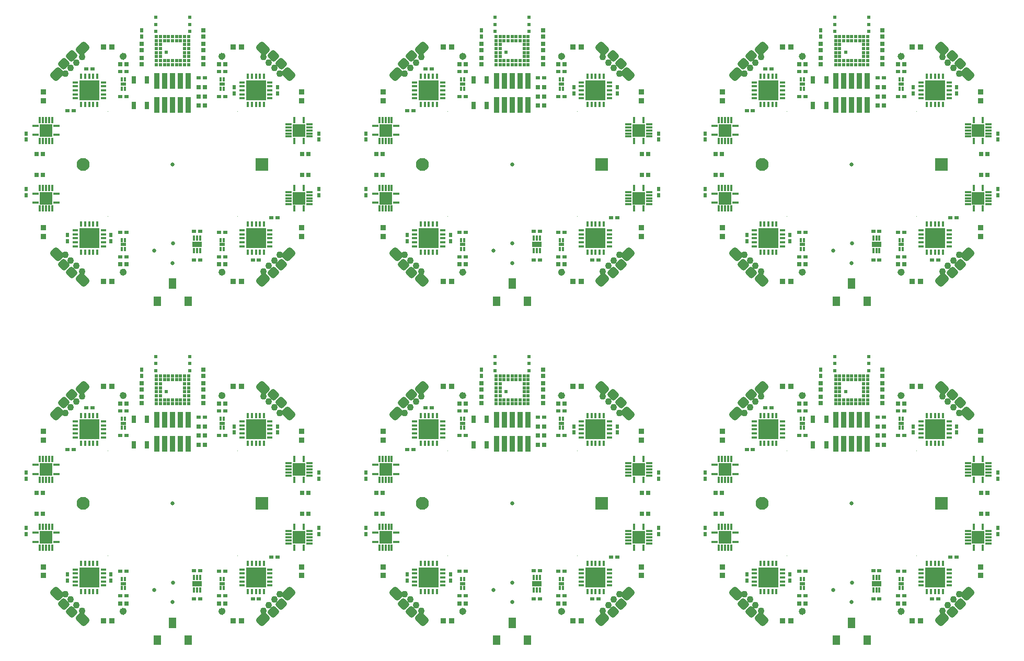
<source format=gts>
G04*
G04 #@! TF.GenerationSoftware,Altium Limited,Altium Designer,22.3.1 (43)*
G04*
G04 Layer_Color=8388736*
%FSLAX25Y25*%
%MOIN*%
G70*
G04*
G04 #@! TF.SameCoordinates,BE9F1A3D-2FD5-4231-B36C-A3B311DF6078*
G04*
G04*
G04 #@! TF.FilePolarity,Negative*
G04*
G01*
G75*
%ADD54C,0.02400*%
%ADD55R,0.12992X0.12992*%
%ADD56R,0.01597X0.03781*%
%ADD57R,0.03781X0.01597*%
%ADD58R,0.12992X0.12992*%
G04:AMPARAMS|DCode=59|XSize=39.37mil|YSize=14.17mil|CornerRadius=3.25mil|HoleSize=0mil|Usage=FLASHONLY|Rotation=0.000|XOffset=0mil|YOffset=0mil|HoleType=Round|Shape=RoundedRectangle|*
%AMROUNDEDRECTD59*
21,1,0.03937,0.00768,0,0,0.0*
21,1,0.03287,0.01417,0,0,0.0*
1,1,0.00650,0.01644,-0.00384*
1,1,0.00650,-0.01644,-0.00384*
1,1,0.00650,-0.01644,0.00384*
1,1,0.00650,0.01644,0.00384*
%
%ADD59ROUNDEDRECTD59*%
G04:AMPARAMS|DCode=60|XSize=39.37mil|YSize=14.17mil|CornerRadius=3.25mil|HoleSize=0mil|Usage=FLASHONLY|Rotation=270.000|XOffset=0mil|YOffset=0mil|HoleType=Round|Shape=RoundedRectangle|*
%AMROUNDEDRECTD60*
21,1,0.03937,0.00768,0,0,270.0*
21,1,0.03287,0.01417,0,0,270.0*
1,1,0.00650,-0.00384,-0.01644*
1,1,0.00650,-0.00384,0.01644*
1,1,0.00650,0.00384,0.01644*
1,1,0.00650,0.00384,-0.01644*
%
%ADD60ROUNDEDRECTD60*%
%ADD61R,0.08268X0.08268*%
%ADD62R,0.08268X0.08268*%
%ADD63R,0.03386X0.09843*%
G04:AMPARAMS|DCode=64|XSize=27.56mil|YSize=15.75mil|CornerRadius=4.92mil|HoleSize=0mil|Usage=FLASHONLY|Rotation=270.000|XOffset=0mil|YOffset=0mil|HoleType=Round|Shape=RoundedRectangle|*
%AMROUNDEDRECTD64*
21,1,0.02756,0.00591,0,0,270.0*
21,1,0.01772,0.01575,0,0,270.0*
1,1,0.00984,-0.00295,-0.00886*
1,1,0.00984,-0.00295,0.00886*
1,1,0.00984,0.00295,0.00886*
1,1,0.00984,0.00295,-0.00886*
%
%ADD64ROUNDEDRECTD64*%
%ADD65R,0.03780X0.02362*%
%ADD66R,0.01975X0.01975*%
%ADD67R,0.02368X0.02368*%
%ADD68R,0.05118X0.06299*%
%ADD69R,0.05118X0.06693*%
%ADD70R,0.06299X0.03740*%
%ADD71R,0.01378X0.03347*%
%ADD72C,0.01181*%
%ADD73R,0.02756X0.02559*%
%ADD74R,0.02559X0.02756*%
%ADD75R,0.02756X0.02362*%
%ADD76R,0.02362X0.02756*%
%ADD77R,0.03347X0.03543*%
%ADD78R,0.03594X0.03394*%
%ADD79R,0.02953X0.04528*%
G04:AMPARAMS|DCode=80|XSize=59.06mil|YSize=62.99mil|CornerRadius=15.75mil|HoleSize=0mil|Usage=FLASHONLY|Rotation=225.000|XOffset=0mil|YOffset=0mil|HoleType=Round|Shape=RoundedRectangle|*
%AMROUNDEDRECTD80*
21,1,0.05906,0.03150,0,0,225.0*
21,1,0.02756,0.06299,0,0,225.0*
1,1,0.03150,-0.02088,0.00139*
1,1,0.03150,-0.00139,0.02088*
1,1,0.03150,0.02088,-0.00139*
1,1,0.03150,0.00139,-0.02088*
%
%ADD80ROUNDEDRECTD80*%
G04:AMPARAMS|DCode=81|XSize=62.99mil|YSize=82.68mil|CornerRadius=16.73mil|HoleSize=0mil|Usage=FLASHONLY|Rotation=225.000|XOffset=0mil|YOffset=0mil|HoleType=Round|Shape=RoundedRectangle|*
%AMROUNDEDRECTD81*
21,1,0.06299,0.04921,0,0,225.0*
21,1,0.02953,0.08268,0,0,225.0*
1,1,0.03347,-0.02784,0.00696*
1,1,0.03347,-0.00696,0.02784*
1,1,0.03347,0.02784,-0.00696*
1,1,0.03347,0.00696,-0.02784*
%
%ADD81ROUNDEDRECTD81*%
G04:AMPARAMS|DCode=82|XSize=59.06mil|YSize=62.99mil|CornerRadius=15.75mil|HoleSize=0mil|Usage=FLASHONLY|Rotation=315.000|XOffset=0mil|YOffset=0mil|HoleType=Round|Shape=RoundedRectangle|*
%AMROUNDEDRECTD82*
21,1,0.05906,0.03150,0,0,315.0*
21,1,0.02756,0.06299,0,0,315.0*
1,1,0.03150,-0.00139,-0.02088*
1,1,0.03150,-0.02088,-0.00139*
1,1,0.03150,0.00139,0.02088*
1,1,0.03150,0.02088,0.00139*
%
%ADD82ROUNDEDRECTD82*%
G04:AMPARAMS|DCode=83|XSize=62.99mil|YSize=82.68mil|CornerRadius=16.73mil|HoleSize=0mil|Usage=FLASHONLY|Rotation=315.000|XOffset=0mil|YOffset=0mil|HoleType=Round|Shape=RoundedRectangle|*
%AMROUNDEDRECTD83*
21,1,0.06299,0.04921,0,0,315.0*
21,1,0.02953,0.08268,0,0,315.0*
1,1,0.03347,-0.00696,-0.02784*
1,1,0.03347,-0.02784,-0.00696*
1,1,0.03347,0.00696,0.02784*
1,1,0.03347,0.02784,0.00696*
%
%ADD83ROUNDEDRECTD83*%
%ADD84C,0.00394*%
G04:AMPARAMS|DCode=85|XSize=3.94mil|YSize=3.94mil|CornerRadius=0mil|HoleSize=0mil|Usage=FLASHONLY|Rotation=180.000|XOffset=0mil|YOffset=0mil|HoleType=Round|Shape=RoundedRectangle|*
%AMROUNDEDRECTD85*
21,1,0.00394,0.00394,0,0,180.0*
21,1,0.00394,0.00394,0,0,180.0*
1,1,0.00000,-0.00197,0.00197*
1,1,0.00000,0.00197,0.00197*
1,1,0.00000,0.00197,-0.00197*
1,1,0.00000,-0.00197,-0.00197*
%
%ADD85ROUNDEDRECTD85*%
%ADD86C,0.08268*%
%ADD87C,0.04331*%
%ADD88C,0.02559*%
D54*
X170401Y206693D02*
G03*
X170401Y206693I-1100J0D01*
G01*
X107409D02*
G03*
X107409Y206693I-1100J0D01*
G01*
X107389Y68898D02*
G03*
X107389Y68898I-1100J0D01*
G01*
X170401D02*
G03*
X170401Y68898I-1100J0D01*
G01*
X386937Y206693D02*
G03*
X386937Y206693I-1100J0D01*
G01*
X323945D02*
G03*
X323945Y206693I-1100J0D01*
G01*
X323925Y68898D02*
G03*
X323925Y68898I-1100J0D01*
G01*
X386937D02*
G03*
X386937Y68898I-1100J0D01*
G01*
X603472Y206693D02*
G03*
X603472Y206693I-1100J0D01*
G01*
X540480D02*
G03*
X540480Y206693I-1100J0D01*
G01*
X540460Y68898D02*
G03*
X540460Y68898I-1100J0D01*
G01*
X603472D02*
G03*
X603472Y68898I-1100J0D01*
G01*
X170401Y423228D02*
G03*
X170401Y423228I-1100J0D01*
G01*
X107409D02*
G03*
X107409Y423228I-1100J0D01*
G01*
X107389Y285433D02*
G03*
X107389Y285433I-1100J0D01*
G01*
X170401D02*
G03*
X170401Y285433I-1100J0D01*
G01*
X386937Y423228D02*
G03*
X386937Y423228I-1100J0D01*
G01*
X323945D02*
G03*
X323945Y423228I-1100J0D01*
G01*
X323925Y285433D02*
G03*
X323925Y285433I-1100J0D01*
G01*
X386937D02*
G03*
X386937Y285433I-1100J0D01*
G01*
X603472Y423228D02*
G03*
X603472Y423228I-1100J0D01*
G01*
X540480D02*
G03*
X540480Y423228I-1100J0D01*
G01*
X540460Y285433D02*
G03*
X540460Y285433I-1100J0D01*
G01*
X603472D02*
G03*
X603472Y285433I-1100J0D01*
G01*
D55*
X84646Y185039D02*
D03*
X190945Y90551D02*
D03*
X301181Y185039D02*
D03*
X407480Y90551D02*
D03*
X517717Y185039D02*
D03*
X624016Y90551D02*
D03*
X84646Y401575D02*
D03*
X190945Y307087D02*
D03*
X301181Y401575D02*
D03*
X407480Y307087D02*
D03*
X517717Y401575D02*
D03*
X624016Y307087D02*
D03*
D56*
X89764Y176096D02*
D03*
X87205D02*
D03*
X84646D02*
D03*
X82087D02*
D03*
X79528D02*
D03*
Y193983D02*
D03*
X82087D02*
D03*
X84646D02*
D03*
X87205D02*
D03*
X89764D02*
D03*
X196063Y176096D02*
D03*
X193504D02*
D03*
X190945D02*
D03*
X188386D02*
D03*
X185827D02*
D03*
Y193983D02*
D03*
X188386D02*
D03*
X190945D02*
D03*
X193504D02*
D03*
X196063D02*
D03*
X79528Y99495D02*
D03*
X82087D02*
D03*
X84646D02*
D03*
X87205D02*
D03*
X89764D02*
D03*
Y81608D02*
D03*
X87205D02*
D03*
X84646D02*
D03*
X82087D02*
D03*
X79528D02*
D03*
X185827Y99495D02*
D03*
X188386D02*
D03*
X190945D02*
D03*
X193504D02*
D03*
X196063D02*
D03*
Y81608D02*
D03*
X193504D02*
D03*
X190945D02*
D03*
X188386D02*
D03*
X185827D02*
D03*
X306299Y176096D02*
D03*
X303740D02*
D03*
X301181D02*
D03*
X298622D02*
D03*
X296063D02*
D03*
Y193983D02*
D03*
X298622D02*
D03*
X301181D02*
D03*
X303740D02*
D03*
X306299D02*
D03*
X412598Y176096D02*
D03*
X410039D02*
D03*
X407480D02*
D03*
X404921D02*
D03*
X402362D02*
D03*
Y193983D02*
D03*
X404921D02*
D03*
X407480D02*
D03*
X410039D02*
D03*
X412598D02*
D03*
X296063Y99495D02*
D03*
X298622D02*
D03*
X301181D02*
D03*
X303740D02*
D03*
X306299D02*
D03*
Y81608D02*
D03*
X303740D02*
D03*
X301181D02*
D03*
X298622D02*
D03*
X296063D02*
D03*
X402362Y99495D02*
D03*
X404921D02*
D03*
X407480D02*
D03*
X410039D02*
D03*
X412598D02*
D03*
Y81608D02*
D03*
X410039D02*
D03*
X407480D02*
D03*
X404921D02*
D03*
X402362D02*
D03*
X522835Y176096D02*
D03*
X520276D02*
D03*
X517717D02*
D03*
X515158D02*
D03*
X512598D02*
D03*
Y193983D02*
D03*
X515158D02*
D03*
X517717D02*
D03*
X520276D02*
D03*
X522835D02*
D03*
X629134Y176096D02*
D03*
X626575D02*
D03*
X624016D02*
D03*
X621457D02*
D03*
X618898D02*
D03*
Y193983D02*
D03*
X621457D02*
D03*
X624016D02*
D03*
X626575D02*
D03*
X629134D02*
D03*
X512598Y99495D02*
D03*
X515158D02*
D03*
X517717D02*
D03*
X520276D02*
D03*
X522835D02*
D03*
Y81608D02*
D03*
X520276D02*
D03*
X517717D02*
D03*
X515158D02*
D03*
X512598D02*
D03*
X618898Y99495D02*
D03*
X621457D02*
D03*
X624016D02*
D03*
X626575D02*
D03*
X629134D02*
D03*
Y81608D02*
D03*
X626575D02*
D03*
X624016D02*
D03*
X621457D02*
D03*
X618898D02*
D03*
X89764Y392631D02*
D03*
X87205D02*
D03*
X84646D02*
D03*
X82087D02*
D03*
X79528D02*
D03*
Y410519D02*
D03*
X82087D02*
D03*
X84646D02*
D03*
X87205D02*
D03*
X89764D02*
D03*
X196063Y392631D02*
D03*
X193504D02*
D03*
X190945D02*
D03*
X188386D02*
D03*
X185827D02*
D03*
Y410519D02*
D03*
X188386D02*
D03*
X190945D02*
D03*
X193504D02*
D03*
X196063D02*
D03*
X79528Y316030D02*
D03*
X82087D02*
D03*
X84646D02*
D03*
X87205D02*
D03*
X89764D02*
D03*
Y298143D02*
D03*
X87205D02*
D03*
X84646D02*
D03*
X82087D02*
D03*
X79528D02*
D03*
X185827Y316030D02*
D03*
X188386D02*
D03*
X190945D02*
D03*
X193504D02*
D03*
X196063D02*
D03*
Y298143D02*
D03*
X193504D02*
D03*
X190945D02*
D03*
X188386D02*
D03*
X185827D02*
D03*
X306299Y392631D02*
D03*
X303740D02*
D03*
X301181D02*
D03*
X298622D02*
D03*
X296063D02*
D03*
Y410519D02*
D03*
X298622D02*
D03*
X301181D02*
D03*
X303740D02*
D03*
X306299D02*
D03*
X412598Y392631D02*
D03*
X410039D02*
D03*
X407480D02*
D03*
X404921D02*
D03*
X402362D02*
D03*
Y410519D02*
D03*
X404921D02*
D03*
X407480D02*
D03*
X410039D02*
D03*
X412598D02*
D03*
X296063Y316030D02*
D03*
X298622D02*
D03*
X301181D02*
D03*
X303740D02*
D03*
X306299D02*
D03*
Y298143D02*
D03*
X303740D02*
D03*
X301181D02*
D03*
X298622D02*
D03*
X296063D02*
D03*
X402362Y316030D02*
D03*
X404921D02*
D03*
X407480D02*
D03*
X410039D02*
D03*
X412598D02*
D03*
Y298143D02*
D03*
X410039D02*
D03*
X407480D02*
D03*
X404921D02*
D03*
X402362D02*
D03*
X522835Y392631D02*
D03*
X520276D02*
D03*
X517717D02*
D03*
X515158D02*
D03*
X512598D02*
D03*
Y410519D02*
D03*
X515158D02*
D03*
X517717D02*
D03*
X520276D02*
D03*
X522835D02*
D03*
X629134Y392631D02*
D03*
X626575D02*
D03*
X624016D02*
D03*
X621457D02*
D03*
X618898D02*
D03*
Y410519D02*
D03*
X621457D02*
D03*
X624016D02*
D03*
X626575D02*
D03*
X629134D02*
D03*
X512598Y316030D02*
D03*
X515158D02*
D03*
X517717D02*
D03*
X520276D02*
D03*
X522835D02*
D03*
Y298143D02*
D03*
X520276D02*
D03*
X517717D02*
D03*
X515158D02*
D03*
X512598D02*
D03*
X618898Y316030D02*
D03*
X621457D02*
D03*
X624016D02*
D03*
X626575D02*
D03*
X629134D02*
D03*
Y298143D02*
D03*
X626575D02*
D03*
X624016D02*
D03*
X621457D02*
D03*
X618898D02*
D03*
D57*
X75702Y179921D02*
D03*
Y182480D02*
D03*
Y185039D02*
D03*
Y187598D02*
D03*
Y190157D02*
D03*
X93589D02*
D03*
Y187598D02*
D03*
Y185039D02*
D03*
Y182480D02*
D03*
Y179921D02*
D03*
X199889Y190157D02*
D03*
Y187598D02*
D03*
Y185039D02*
D03*
Y182480D02*
D03*
Y179921D02*
D03*
X182001D02*
D03*
Y182480D02*
D03*
Y185039D02*
D03*
Y187598D02*
D03*
Y190157D02*
D03*
X75702Y85433D02*
D03*
Y87992D02*
D03*
Y90551D02*
D03*
Y93110D02*
D03*
Y95669D02*
D03*
X93589D02*
D03*
Y93110D02*
D03*
Y90551D02*
D03*
Y87992D02*
D03*
Y85433D02*
D03*
X199889Y95669D02*
D03*
Y93110D02*
D03*
Y90551D02*
D03*
Y87992D02*
D03*
Y85433D02*
D03*
X182001D02*
D03*
Y87992D02*
D03*
Y90551D02*
D03*
Y93110D02*
D03*
Y95669D02*
D03*
X292237Y179921D02*
D03*
Y182480D02*
D03*
Y185039D02*
D03*
Y187598D02*
D03*
Y190157D02*
D03*
X310125D02*
D03*
Y187598D02*
D03*
Y185039D02*
D03*
Y182480D02*
D03*
Y179921D02*
D03*
X416424Y190157D02*
D03*
Y187598D02*
D03*
Y185039D02*
D03*
Y182480D02*
D03*
Y179921D02*
D03*
X398537D02*
D03*
Y182480D02*
D03*
Y185039D02*
D03*
Y187598D02*
D03*
Y190157D02*
D03*
X292237Y85433D02*
D03*
Y87992D02*
D03*
Y90551D02*
D03*
Y93110D02*
D03*
Y95669D02*
D03*
X310125D02*
D03*
Y93110D02*
D03*
Y90551D02*
D03*
Y87992D02*
D03*
Y85433D02*
D03*
X416424Y95669D02*
D03*
Y93110D02*
D03*
Y90551D02*
D03*
Y87992D02*
D03*
Y85433D02*
D03*
X398537D02*
D03*
Y87992D02*
D03*
Y90551D02*
D03*
Y93110D02*
D03*
Y95669D02*
D03*
X508773Y179921D02*
D03*
Y182480D02*
D03*
Y185039D02*
D03*
Y187598D02*
D03*
Y190157D02*
D03*
X526660D02*
D03*
Y187598D02*
D03*
Y185039D02*
D03*
Y182480D02*
D03*
Y179921D02*
D03*
X632960Y190157D02*
D03*
Y187598D02*
D03*
Y185039D02*
D03*
Y182480D02*
D03*
Y179921D02*
D03*
X615072D02*
D03*
Y182480D02*
D03*
Y185039D02*
D03*
Y187598D02*
D03*
Y190157D02*
D03*
X508773Y85433D02*
D03*
Y87992D02*
D03*
Y90551D02*
D03*
Y93110D02*
D03*
Y95669D02*
D03*
X526660D02*
D03*
Y93110D02*
D03*
Y90551D02*
D03*
Y87992D02*
D03*
Y85433D02*
D03*
X632960Y95669D02*
D03*
Y93110D02*
D03*
Y90551D02*
D03*
Y87992D02*
D03*
Y85433D02*
D03*
X615072D02*
D03*
Y87992D02*
D03*
Y90551D02*
D03*
Y93110D02*
D03*
Y95669D02*
D03*
X75702Y396457D02*
D03*
Y399016D02*
D03*
Y401575D02*
D03*
Y404134D02*
D03*
Y406693D02*
D03*
X93589D02*
D03*
Y404134D02*
D03*
Y401575D02*
D03*
Y399016D02*
D03*
Y396457D02*
D03*
X199889Y406693D02*
D03*
Y404134D02*
D03*
Y401575D02*
D03*
Y399016D02*
D03*
Y396457D02*
D03*
X182001D02*
D03*
Y399016D02*
D03*
Y401575D02*
D03*
Y404134D02*
D03*
Y406693D02*
D03*
X75702Y301969D02*
D03*
Y304528D02*
D03*
Y307087D02*
D03*
Y309646D02*
D03*
Y312205D02*
D03*
X93589D02*
D03*
Y309646D02*
D03*
Y307087D02*
D03*
Y304528D02*
D03*
Y301969D02*
D03*
X199889Y312205D02*
D03*
Y309646D02*
D03*
Y307087D02*
D03*
Y304528D02*
D03*
Y301969D02*
D03*
X182001D02*
D03*
Y304528D02*
D03*
Y307087D02*
D03*
Y309646D02*
D03*
Y312205D02*
D03*
X292237Y396457D02*
D03*
Y399016D02*
D03*
Y401575D02*
D03*
Y404134D02*
D03*
Y406693D02*
D03*
X310125D02*
D03*
Y404134D02*
D03*
Y401575D02*
D03*
Y399016D02*
D03*
Y396457D02*
D03*
X416424Y406693D02*
D03*
Y404134D02*
D03*
Y401575D02*
D03*
Y399016D02*
D03*
Y396457D02*
D03*
X398537D02*
D03*
Y399016D02*
D03*
Y401575D02*
D03*
Y404134D02*
D03*
Y406693D02*
D03*
X292237Y301969D02*
D03*
Y304528D02*
D03*
Y307087D02*
D03*
Y309646D02*
D03*
Y312205D02*
D03*
X310125D02*
D03*
Y309646D02*
D03*
Y307087D02*
D03*
Y304528D02*
D03*
Y301969D02*
D03*
X416424Y312205D02*
D03*
Y309646D02*
D03*
Y307087D02*
D03*
Y304528D02*
D03*
Y301969D02*
D03*
X398537D02*
D03*
Y304528D02*
D03*
Y307087D02*
D03*
Y309646D02*
D03*
Y312205D02*
D03*
X508773Y396457D02*
D03*
Y399016D02*
D03*
Y401575D02*
D03*
Y404134D02*
D03*
Y406693D02*
D03*
X526660D02*
D03*
Y404134D02*
D03*
Y401575D02*
D03*
Y399016D02*
D03*
Y396457D02*
D03*
X632960Y406693D02*
D03*
Y404134D02*
D03*
Y401575D02*
D03*
Y399016D02*
D03*
Y396457D02*
D03*
X615072D02*
D03*
Y399016D02*
D03*
Y401575D02*
D03*
Y404134D02*
D03*
Y406693D02*
D03*
X508773Y301969D02*
D03*
Y304528D02*
D03*
Y307087D02*
D03*
Y309646D02*
D03*
Y312205D02*
D03*
X526660D02*
D03*
Y309646D02*
D03*
Y307087D02*
D03*
Y304528D02*
D03*
Y301969D02*
D03*
X632960Y312205D02*
D03*
Y309646D02*
D03*
Y307087D02*
D03*
Y304528D02*
D03*
Y301969D02*
D03*
X615072D02*
D03*
Y304528D02*
D03*
Y307087D02*
D03*
Y309646D02*
D03*
Y312205D02*
D03*
D58*
X190945Y185039D02*
D03*
X84646Y90551D02*
D03*
X407480Y185039D02*
D03*
X301181Y90551D02*
D03*
X624016Y185039D02*
D03*
X517717Y90551D02*
D03*
X190945Y401575D02*
D03*
X84646Y307087D02*
D03*
X407480Y401575D02*
D03*
X301181Y307087D02*
D03*
X624016Y401575D02*
D03*
X517717Y307087D02*
D03*
D59*
X211870Y163386D02*
D03*
Y161417D02*
D03*
Y159449D02*
D03*
Y157480D02*
D03*
Y155512D02*
D03*
X225138D02*
D03*
Y157480D02*
D03*
Y159449D02*
D03*
Y161417D02*
D03*
Y163386D02*
D03*
X50453Y162402D02*
D03*
Y156496D02*
D03*
X63721D02*
D03*
Y162402D02*
D03*
X50453Y119095D02*
D03*
Y113189D02*
D03*
X63721D02*
D03*
Y119095D02*
D03*
X211870Y120079D02*
D03*
Y118110D02*
D03*
Y116142D02*
D03*
Y114173D02*
D03*
Y112205D02*
D03*
X225138D02*
D03*
Y114173D02*
D03*
Y116142D02*
D03*
Y118110D02*
D03*
Y120079D02*
D03*
X428406Y163386D02*
D03*
Y161417D02*
D03*
Y159449D02*
D03*
Y157480D02*
D03*
Y155512D02*
D03*
X441673D02*
D03*
Y157480D02*
D03*
Y159449D02*
D03*
Y161417D02*
D03*
Y163386D02*
D03*
X266988Y162402D02*
D03*
Y156496D02*
D03*
X280256D02*
D03*
Y162402D02*
D03*
X266988Y119095D02*
D03*
Y113189D02*
D03*
X280256D02*
D03*
Y119095D02*
D03*
X428406Y120079D02*
D03*
Y118110D02*
D03*
Y116142D02*
D03*
Y114173D02*
D03*
Y112205D02*
D03*
X441673D02*
D03*
Y114173D02*
D03*
Y116142D02*
D03*
Y118110D02*
D03*
Y120079D02*
D03*
X644941Y163386D02*
D03*
Y161417D02*
D03*
Y159449D02*
D03*
Y157480D02*
D03*
Y155512D02*
D03*
X658209D02*
D03*
Y157480D02*
D03*
Y159449D02*
D03*
Y161417D02*
D03*
Y163386D02*
D03*
X483524Y162402D02*
D03*
Y156496D02*
D03*
X496791D02*
D03*
Y162402D02*
D03*
X483524Y119095D02*
D03*
Y113189D02*
D03*
X496791D02*
D03*
Y119095D02*
D03*
X644941Y120079D02*
D03*
Y118110D02*
D03*
Y116142D02*
D03*
Y114173D02*
D03*
Y112205D02*
D03*
X658209D02*
D03*
Y114173D02*
D03*
Y116142D02*
D03*
Y118110D02*
D03*
Y120079D02*
D03*
X211870Y379921D02*
D03*
Y377953D02*
D03*
Y375984D02*
D03*
Y374016D02*
D03*
Y372047D02*
D03*
X225138D02*
D03*
Y374016D02*
D03*
Y375984D02*
D03*
Y377953D02*
D03*
Y379921D02*
D03*
X50453Y378937D02*
D03*
Y373031D02*
D03*
X63721D02*
D03*
Y378937D02*
D03*
X50453Y335630D02*
D03*
Y329724D02*
D03*
X63721D02*
D03*
Y335630D02*
D03*
X211870Y336614D02*
D03*
Y334646D02*
D03*
Y332677D02*
D03*
Y330709D02*
D03*
Y328740D02*
D03*
X225138D02*
D03*
Y330709D02*
D03*
Y332677D02*
D03*
Y334646D02*
D03*
Y336614D02*
D03*
X428406Y379921D02*
D03*
Y377953D02*
D03*
Y375984D02*
D03*
Y374016D02*
D03*
Y372047D02*
D03*
X441673D02*
D03*
Y374016D02*
D03*
Y375984D02*
D03*
Y377953D02*
D03*
Y379921D02*
D03*
X266988Y378937D02*
D03*
Y373031D02*
D03*
X280256D02*
D03*
Y378937D02*
D03*
X266988Y335630D02*
D03*
Y329724D02*
D03*
X280256D02*
D03*
Y335630D02*
D03*
X428406Y336614D02*
D03*
Y334646D02*
D03*
Y332677D02*
D03*
Y330709D02*
D03*
Y328740D02*
D03*
X441673D02*
D03*
Y330709D02*
D03*
Y332677D02*
D03*
Y334646D02*
D03*
Y336614D02*
D03*
X644941Y379921D02*
D03*
Y377953D02*
D03*
Y375984D02*
D03*
Y374016D02*
D03*
Y372047D02*
D03*
X658209D02*
D03*
Y374016D02*
D03*
Y375984D02*
D03*
Y377953D02*
D03*
Y379921D02*
D03*
X483524Y378937D02*
D03*
Y373031D02*
D03*
X496791D02*
D03*
Y378937D02*
D03*
X483524Y335630D02*
D03*
Y329724D02*
D03*
X496791D02*
D03*
Y335630D02*
D03*
X644941Y336614D02*
D03*
Y334646D02*
D03*
Y332677D02*
D03*
Y330709D02*
D03*
Y328740D02*
D03*
X658209D02*
D03*
Y330709D02*
D03*
Y332677D02*
D03*
Y334646D02*
D03*
Y336614D02*
D03*
D60*
X221457Y166083D02*
D03*
X215551D02*
D03*
Y152815D02*
D03*
X221457D02*
D03*
X53150D02*
D03*
X55118D02*
D03*
X57087D02*
D03*
X59055D02*
D03*
X61024D02*
D03*
Y166083D02*
D03*
X59055D02*
D03*
X57087D02*
D03*
X55118D02*
D03*
X53150D02*
D03*
Y109508D02*
D03*
X55118D02*
D03*
X57087D02*
D03*
X59055D02*
D03*
X61024D02*
D03*
Y122776D02*
D03*
X59055D02*
D03*
X57087D02*
D03*
X55118D02*
D03*
X53150D02*
D03*
X221457D02*
D03*
X215551D02*
D03*
Y109508D02*
D03*
X221457D02*
D03*
X437992Y166083D02*
D03*
X432087D02*
D03*
Y152815D02*
D03*
X437992D02*
D03*
X269685D02*
D03*
X271654D02*
D03*
X273622D02*
D03*
X275591D02*
D03*
X277559D02*
D03*
Y166083D02*
D03*
X275591D02*
D03*
X273622D02*
D03*
X271654D02*
D03*
X269685D02*
D03*
Y109508D02*
D03*
X271654D02*
D03*
X273622D02*
D03*
X275591D02*
D03*
X277559D02*
D03*
Y122776D02*
D03*
X275591D02*
D03*
X273622D02*
D03*
X271654D02*
D03*
X269685D02*
D03*
X437992D02*
D03*
X432087D02*
D03*
Y109508D02*
D03*
X437992D02*
D03*
X654528Y166083D02*
D03*
X648622D02*
D03*
Y152815D02*
D03*
X654528D02*
D03*
X486221D02*
D03*
X488189D02*
D03*
X490158D02*
D03*
X492126D02*
D03*
X494095D02*
D03*
Y166083D02*
D03*
X492126D02*
D03*
X490158D02*
D03*
X488189D02*
D03*
X486221D02*
D03*
Y109508D02*
D03*
X488189D02*
D03*
X490158D02*
D03*
X492126D02*
D03*
X494095D02*
D03*
Y122776D02*
D03*
X492126D02*
D03*
X490158D02*
D03*
X488189D02*
D03*
X486221D02*
D03*
X654528D02*
D03*
X648622D02*
D03*
Y109508D02*
D03*
X654528D02*
D03*
X221457Y382618D02*
D03*
X215551D02*
D03*
Y369350D02*
D03*
X221457D02*
D03*
X53150D02*
D03*
X55118D02*
D03*
X57087D02*
D03*
X59055D02*
D03*
X61024D02*
D03*
Y382618D02*
D03*
X59055D02*
D03*
X57087D02*
D03*
X55118D02*
D03*
X53150D02*
D03*
Y326043D02*
D03*
X55118D02*
D03*
X57087D02*
D03*
X59055D02*
D03*
X61024D02*
D03*
Y339311D02*
D03*
X59055D02*
D03*
X57087D02*
D03*
X55118D02*
D03*
X53150D02*
D03*
X221457D02*
D03*
X215551D02*
D03*
Y326043D02*
D03*
X221457D02*
D03*
X437992Y382618D02*
D03*
X432087D02*
D03*
Y369350D02*
D03*
X437992D02*
D03*
X269685D02*
D03*
X271654D02*
D03*
X273622D02*
D03*
X275591D02*
D03*
X277559D02*
D03*
Y382618D02*
D03*
X275591D02*
D03*
X273622D02*
D03*
X271654D02*
D03*
X269685D02*
D03*
Y326043D02*
D03*
X271654D02*
D03*
X273622D02*
D03*
X275591D02*
D03*
X277559D02*
D03*
Y339311D02*
D03*
X275591D02*
D03*
X273622D02*
D03*
X271654D02*
D03*
X269685D02*
D03*
X437992D02*
D03*
X432087D02*
D03*
Y326043D02*
D03*
X437992D02*
D03*
X654528Y382618D02*
D03*
X648622D02*
D03*
Y369350D02*
D03*
X654528D02*
D03*
X486221D02*
D03*
X488189D02*
D03*
X490158D02*
D03*
X492126D02*
D03*
X494095D02*
D03*
Y382618D02*
D03*
X492126D02*
D03*
X490158D02*
D03*
X488189D02*
D03*
X486221D02*
D03*
Y326043D02*
D03*
X488189D02*
D03*
X490158D02*
D03*
X492126D02*
D03*
X494095D02*
D03*
Y339311D02*
D03*
X492126D02*
D03*
X490158D02*
D03*
X488189D02*
D03*
X486221D02*
D03*
X654528D02*
D03*
X648622D02*
D03*
Y326043D02*
D03*
X654528D02*
D03*
D61*
X218504Y159449D02*
D03*
Y116142D02*
D03*
X435039Y159449D02*
D03*
Y116142D02*
D03*
X651575Y159449D02*
D03*
Y116142D02*
D03*
X218504Y375984D02*
D03*
Y332677D02*
D03*
X435039Y375984D02*
D03*
Y332677D02*
D03*
X651575Y375984D02*
D03*
Y332677D02*
D03*
D62*
X57087Y159449D02*
D03*
Y116142D02*
D03*
X273622Y159449D02*
D03*
Y116142D02*
D03*
X490158Y159449D02*
D03*
Y116142D02*
D03*
X57087Y375984D02*
D03*
Y332677D02*
D03*
X273622Y375984D02*
D03*
Y332677D02*
D03*
X490158Y375984D02*
D03*
Y332677D02*
D03*
X194882Y137795D02*
D03*
X411417D02*
D03*
X627953D02*
D03*
X194882Y354331D02*
D03*
X411417D02*
D03*
X627953D02*
D03*
D63*
X127795Y175787D02*
D03*
X132795D02*
D03*
X127795Y191142D02*
D03*
X132795D02*
D03*
X137795Y175787D02*
D03*
X142795D02*
D03*
X147795D02*
D03*
X137795Y191142D02*
D03*
X142795D02*
D03*
X147795D02*
D03*
X344331Y175787D02*
D03*
X349331D02*
D03*
X344331Y191142D02*
D03*
X349331D02*
D03*
X354331Y175787D02*
D03*
X359331D02*
D03*
X364331D02*
D03*
X354331Y191142D02*
D03*
X359331D02*
D03*
X364331D02*
D03*
X560866Y175787D02*
D03*
X565866D02*
D03*
X560866Y191142D02*
D03*
X565866D02*
D03*
X570866Y175787D02*
D03*
X575866D02*
D03*
X580866D02*
D03*
X570866Y191142D02*
D03*
X575866D02*
D03*
X580866D02*
D03*
X127795Y392323D02*
D03*
X132795D02*
D03*
X127795Y407677D02*
D03*
X132795D02*
D03*
X137795Y392323D02*
D03*
X142795D02*
D03*
X147795D02*
D03*
X137795Y407677D02*
D03*
X142795D02*
D03*
X147795D02*
D03*
X344331Y392323D02*
D03*
X349331D02*
D03*
X344331Y407677D02*
D03*
X349331D02*
D03*
X354331Y392323D02*
D03*
X359331D02*
D03*
X364331D02*
D03*
X354331Y407677D02*
D03*
X359331D02*
D03*
X364331D02*
D03*
X560866Y392323D02*
D03*
X565866D02*
D03*
X560866Y407677D02*
D03*
X565866D02*
D03*
X570866Y392323D02*
D03*
X575866D02*
D03*
X580866D02*
D03*
X570866Y407677D02*
D03*
X575866D02*
D03*
X580866D02*
D03*
D64*
X107283Y191831D02*
D03*
X105315D02*
D03*
X107283Y186122D02*
D03*
X105315D02*
D03*
X168307D02*
D03*
X170276D02*
D03*
X168307Y191831D02*
D03*
X170276D02*
D03*
X107283Y89468D02*
D03*
X105315D02*
D03*
X107283Y83760D02*
D03*
X105315D02*
D03*
X168307D02*
D03*
X170276D02*
D03*
X168307Y89468D02*
D03*
X170276D02*
D03*
X323819Y191831D02*
D03*
X321850D02*
D03*
X323819Y186122D02*
D03*
X321850D02*
D03*
X384842D02*
D03*
X386811D02*
D03*
X384842Y191831D02*
D03*
X386811D02*
D03*
X323819Y89468D02*
D03*
X321850D02*
D03*
X323819Y83760D02*
D03*
X321850D02*
D03*
X384842D02*
D03*
X386811D02*
D03*
X384842Y89468D02*
D03*
X386811D02*
D03*
X540354Y191831D02*
D03*
X538386D02*
D03*
X540354Y186122D02*
D03*
X538386D02*
D03*
X601378D02*
D03*
X603346D02*
D03*
X601378Y191831D02*
D03*
X603346D02*
D03*
X540354Y89468D02*
D03*
X538386D02*
D03*
X540354Y83760D02*
D03*
X538386D02*
D03*
X601378D02*
D03*
X603346D02*
D03*
X601378Y89468D02*
D03*
X603346D02*
D03*
X107283Y408366D02*
D03*
X105315D02*
D03*
X107283Y402658D02*
D03*
X105315D02*
D03*
X168307D02*
D03*
X170276D02*
D03*
X168307Y408366D02*
D03*
X170276D02*
D03*
X107283Y306004D02*
D03*
X105315D02*
D03*
X107283Y300295D02*
D03*
X105315D02*
D03*
X168307D02*
D03*
X170276D02*
D03*
X168307Y306004D02*
D03*
X170276D02*
D03*
X323819Y408366D02*
D03*
X321850D02*
D03*
X323819Y402658D02*
D03*
X321850D02*
D03*
X384842D02*
D03*
X386811D02*
D03*
X384842Y408366D02*
D03*
X386811D02*
D03*
X323819Y306004D02*
D03*
X321850D02*
D03*
X323819Y300295D02*
D03*
X321850D02*
D03*
X384842D02*
D03*
X386811D02*
D03*
X384842Y306004D02*
D03*
X386811D02*
D03*
X540354Y408366D02*
D03*
X538386D02*
D03*
X540354Y402658D02*
D03*
X538386D02*
D03*
X601378D02*
D03*
X603346D02*
D03*
X601378Y408366D02*
D03*
X603346D02*
D03*
X540354Y306004D02*
D03*
X538386D02*
D03*
X540354Y300295D02*
D03*
X538386D02*
D03*
X601378D02*
D03*
X603346D02*
D03*
X601378Y306004D02*
D03*
X603346D02*
D03*
D65*
X106299Y188976D02*
D03*
X169291D02*
D03*
X106299Y86614D02*
D03*
X169291D02*
D03*
X322835Y188976D02*
D03*
X385827D02*
D03*
X322835Y86614D02*
D03*
X385827D02*
D03*
X539370Y188976D02*
D03*
X602362D02*
D03*
X539370Y86614D02*
D03*
X602362D02*
D03*
X106299Y405512D02*
D03*
X169291D02*
D03*
X106299Y303150D02*
D03*
X169291D02*
D03*
X322835Y405512D02*
D03*
X385827D02*
D03*
X322835Y303150D02*
D03*
X385827D02*
D03*
X539370Y405512D02*
D03*
X602362D02*
D03*
X539370Y303150D02*
D03*
X602362D02*
D03*
D66*
X148622Y222589D02*
D03*
Y231644D02*
D03*
Y227116D02*
D03*
X126969Y227116D02*
D03*
Y231644D02*
D03*
Y222589D02*
D03*
X130118Y214222D02*
D03*
Y211663D02*
D03*
Y209104D02*
D03*
Y206545D02*
D03*
Y203986D02*
D03*
X132677D02*
D03*
X135236D02*
D03*
X137795D02*
D03*
X140354D02*
D03*
X142913D02*
D03*
X145472Y203986D02*
D03*
Y206545D02*
D03*
Y209104D02*
D03*
Y211663D02*
D03*
Y214222D02*
D03*
Y216781D02*
D03*
X142913Y216781D02*
D03*
X140354D02*
D03*
X137795D02*
D03*
X135236D02*
D03*
X132677D02*
D03*
X130118D02*
D03*
X127559Y216781D02*
D03*
Y214222D02*
D03*
Y211663D02*
D03*
Y209104D02*
D03*
Y206545D02*
D03*
X127559Y203986D02*
D03*
X127559Y201427D02*
D03*
X130118D02*
D03*
X132677D02*
D03*
X135236Y201427D02*
D03*
X137795Y201427D02*
D03*
X140354D02*
D03*
X142913Y201427D02*
D03*
X145472Y201427D02*
D03*
X148031D02*
D03*
X148031Y203986D02*
D03*
X148031Y206545D02*
D03*
Y209104D02*
D03*
Y211663D02*
D03*
X148031Y214222D02*
D03*
Y216781D02*
D03*
X148031Y219340D02*
D03*
X145472D02*
D03*
X142913D02*
D03*
X140354D02*
D03*
X137795D02*
D03*
X135236Y219340D02*
D03*
X132677Y219340D02*
D03*
X130118D02*
D03*
X127559D02*
D03*
X365158Y222589D02*
D03*
Y231644D02*
D03*
Y227116D02*
D03*
X343504Y227116D02*
D03*
Y231644D02*
D03*
Y222589D02*
D03*
X346654Y214222D02*
D03*
Y211663D02*
D03*
Y209104D02*
D03*
Y206545D02*
D03*
Y203986D02*
D03*
X349213D02*
D03*
X351772D02*
D03*
X354331D02*
D03*
X356890D02*
D03*
X359449D02*
D03*
X362008Y203986D02*
D03*
Y206545D02*
D03*
Y209104D02*
D03*
Y211663D02*
D03*
Y214222D02*
D03*
Y216781D02*
D03*
X359449Y216781D02*
D03*
X356890D02*
D03*
X354331D02*
D03*
X351772D02*
D03*
X349213D02*
D03*
X346654D02*
D03*
X344094Y216781D02*
D03*
Y214222D02*
D03*
Y211663D02*
D03*
Y209104D02*
D03*
Y206545D02*
D03*
X344094Y203986D02*
D03*
X344094Y201427D02*
D03*
X346654D02*
D03*
X349213D02*
D03*
X351772Y201427D02*
D03*
X354331Y201427D02*
D03*
X356890D02*
D03*
X359449Y201427D02*
D03*
X362008Y201427D02*
D03*
X364567D02*
D03*
X364567Y203986D02*
D03*
X364567Y206545D02*
D03*
Y209104D02*
D03*
Y211663D02*
D03*
X364567Y214222D02*
D03*
Y216781D02*
D03*
X364567Y219340D02*
D03*
X362008D02*
D03*
X359449D02*
D03*
X356890D02*
D03*
X354331D02*
D03*
X351772Y219340D02*
D03*
X349213Y219340D02*
D03*
X346654D02*
D03*
X344094D02*
D03*
X581693Y222589D02*
D03*
Y231644D02*
D03*
Y227116D02*
D03*
X560039Y227116D02*
D03*
Y231644D02*
D03*
Y222589D02*
D03*
X563189Y214222D02*
D03*
Y211663D02*
D03*
Y209104D02*
D03*
Y206545D02*
D03*
Y203986D02*
D03*
X565748D02*
D03*
X568307D02*
D03*
X570866D02*
D03*
X573425D02*
D03*
X575984D02*
D03*
X578543Y203986D02*
D03*
Y206545D02*
D03*
Y209104D02*
D03*
Y211663D02*
D03*
Y214222D02*
D03*
Y216781D02*
D03*
X575984Y216781D02*
D03*
X573425D02*
D03*
X570866D02*
D03*
X568307D02*
D03*
X565748D02*
D03*
X563189D02*
D03*
X560630Y216781D02*
D03*
Y214222D02*
D03*
Y211663D02*
D03*
Y209104D02*
D03*
Y206545D02*
D03*
X560630Y203986D02*
D03*
X560630Y201427D02*
D03*
X563189D02*
D03*
X565748D02*
D03*
X568307Y201427D02*
D03*
X570866Y201427D02*
D03*
X573425D02*
D03*
X575984Y201427D02*
D03*
X578543Y201427D02*
D03*
X581102D02*
D03*
X581102Y203986D02*
D03*
X581102Y206545D02*
D03*
Y209104D02*
D03*
Y211663D02*
D03*
X581102Y214222D02*
D03*
Y216781D02*
D03*
X581102Y219340D02*
D03*
X578543D02*
D03*
X575984D02*
D03*
X573425D02*
D03*
X570866D02*
D03*
X568307Y219340D02*
D03*
X565748Y219340D02*
D03*
X563189D02*
D03*
X560630D02*
D03*
X148622Y439124D02*
D03*
Y448179D02*
D03*
Y443652D02*
D03*
X126969Y443652D02*
D03*
Y448179D02*
D03*
Y439124D02*
D03*
X130118Y430758D02*
D03*
Y428199D02*
D03*
Y425640D02*
D03*
Y423081D02*
D03*
Y420522D02*
D03*
X132677D02*
D03*
X135236D02*
D03*
X137795D02*
D03*
X140354D02*
D03*
X142913D02*
D03*
X145472Y420522D02*
D03*
Y423081D02*
D03*
Y425640D02*
D03*
Y428199D02*
D03*
Y430758D02*
D03*
Y433317D02*
D03*
X142913Y433317D02*
D03*
X140354D02*
D03*
X137795D02*
D03*
X135236D02*
D03*
X132677D02*
D03*
X130118D02*
D03*
X127559Y433317D02*
D03*
Y430758D02*
D03*
Y428199D02*
D03*
Y425640D02*
D03*
Y423081D02*
D03*
X127559Y420522D02*
D03*
X127559Y417963D02*
D03*
X130118D02*
D03*
X132677D02*
D03*
X135236Y417963D02*
D03*
X137795Y417963D02*
D03*
X140354D02*
D03*
X142913Y417963D02*
D03*
X145472Y417963D02*
D03*
X148031D02*
D03*
X148031Y420522D02*
D03*
X148031Y423081D02*
D03*
Y425640D02*
D03*
Y428199D02*
D03*
X148031Y430758D02*
D03*
Y433317D02*
D03*
X148031Y435876D02*
D03*
X145472D02*
D03*
X142913D02*
D03*
X140354D02*
D03*
X137795D02*
D03*
X135236Y435876D02*
D03*
X132677Y435876D02*
D03*
X130118D02*
D03*
X127559D02*
D03*
X365158Y439124D02*
D03*
Y448179D02*
D03*
Y443652D02*
D03*
X343504Y443652D02*
D03*
Y448179D02*
D03*
Y439124D02*
D03*
X346654Y430758D02*
D03*
Y428199D02*
D03*
Y425640D02*
D03*
Y423081D02*
D03*
Y420522D02*
D03*
X349213D02*
D03*
X351772D02*
D03*
X354331D02*
D03*
X356890D02*
D03*
X359449D02*
D03*
X362008Y420522D02*
D03*
Y423081D02*
D03*
Y425640D02*
D03*
Y428199D02*
D03*
Y430758D02*
D03*
Y433317D02*
D03*
X359449Y433317D02*
D03*
X356890D02*
D03*
X354331D02*
D03*
X351772D02*
D03*
X349213D02*
D03*
X346654D02*
D03*
X344094Y433317D02*
D03*
Y430758D02*
D03*
Y428199D02*
D03*
Y425640D02*
D03*
Y423081D02*
D03*
X344094Y420522D02*
D03*
X344094Y417963D02*
D03*
X346654D02*
D03*
X349213D02*
D03*
X351772Y417963D02*
D03*
X354331Y417963D02*
D03*
X356890D02*
D03*
X359449Y417963D02*
D03*
X362008Y417963D02*
D03*
X364567D02*
D03*
X364567Y420522D02*
D03*
X364567Y423081D02*
D03*
Y425640D02*
D03*
Y428199D02*
D03*
X364567Y430758D02*
D03*
Y433317D02*
D03*
X364567Y435876D02*
D03*
X362008D02*
D03*
X359449D02*
D03*
X356890D02*
D03*
X354331D02*
D03*
X351772Y435876D02*
D03*
X349213Y435876D02*
D03*
X346654D02*
D03*
X344094D02*
D03*
X581693Y439124D02*
D03*
Y448179D02*
D03*
Y443652D02*
D03*
X560039Y443652D02*
D03*
Y448179D02*
D03*
Y439124D02*
D03*
X563189Y430758D02*
D03*
Y428199D02*
D03*
Y425640D02*
D03*
Y423081D02*
D03*
Y420522D02*
D03*
X565748D02*
D03*
X568307D02*
D03*
X570866D02*
D03*
X573425D02*
D03*
X575984D02*
D03*
X578543Y420522D02*
D03*
Y423081D02*
D03*
Y425640D02*
D03*
Y428199D02*
D03*
Y430758D02*
D03*
Y433317D02*
D03*
X575984Y433317D02*
D03*
X573425D02*
D03*
X570866D02*
D03*
X568307D02*
D03*
X565748D02*
D03*
X563189D02*
D03*
X560630Y433317D02*
D03*
Y430758D02*
D03*
Y428199D02*
D03*
Y425640D02*
D03*
Y423081D02*
D03*
X560630Y420522D02*
D03*
X560630Y417963D02*
D03*
X563189D02*
D03*
X565748D02*
D03*
X568307Y417963D02*
D03*
X570866Y417963D02*
D03*
X573425D02*
D03*
X575984Y417963D02*
D03*
X578543Y417963D02*
D03*
X581102D02*
D03*
X581102Y420522D02*
D03*
X581102Y423081D02*
D03*
Y425640D02*
D03*
Y428199D02*
D03*
X581102Y430758D02*
D03*
Y433317D02*
D03*
X581102Y435876D02*
D03*
X578543D02*
D03*
X575984D02*
D03*
X573425D02*
D03*
X570866D02*
D03*
X568307Y435876D02*
D03*
X565748Y435876D02*
D03*
X563189D02*
D03*
X560630D02*
D03*
D67*
X133858Y209203D02*
D03*
X350394D02*
D03*
X566929D02*
D03*
X133858Y425738D02*
D03*
X350394D02*
D03*
X566929D02*
D03*
D68*
X127953Y50394D02*
D03*
X147638D02*
D03*
X344488D02*
D03*
X364173D02*
D03*
X561024D02*
D03*
X580709D02*
D03*
X127953Y266929D02*
D03*
X147638D02*
D03*
X344488D02*
D03*
X364173D02*
D03*
X561024D02*
D03*
X580709D02*
D03*
D69*
X137795Y61614D02*
D03*
X354331D02*
D03*
X570866D02*
D03*
X137795Y278150D02*
D03*
X354331D02*
D03*
X570866D02*
D03*
D70*
X153543Y86614D02*
D03*
X370079D02*
D03*
X586614D02*
D03*
X153543Y303150D02*
D03*
X370079D02*
D03*
X586614D02*
D03*
D71*
X151575Y82677D02*
D03*
X155512D02*
D03*
X153543D02*
D03*
X151575Y90551D02*
D03*
X155512D02*
D03*
X153543D02*
D03*
X368110Y82677D02*
D03*
X372047D02*
D03*
X370079D02*
D03*
X368110Y90551D02*
D03*
X372047D02*
D03*
X370079D02*
D03*
X584646Y82677D02*
D03*
X588583D02*
D03*
X586614D02*
D03*
X584646Y90551D02*
D03*
X588583D02*
D03*
X586614D02*
D03*
X151575Y299213D02*
D03*
X155512D02*
D03*
X153543D02*
D03*
X151575Y307087D02*
D03*
X155512D02*
D03*
X153543D02*
D03*
X368110Y299213D02*
D03*
X372047D02*
D03*
X370079D02*
D03*
X368110Y307087D02*
D03*
X372047D02*
D03*
X370079D02*
D03*
X584646Y299213D02*
D03*
X588583D02*
D03*
X586614D02*
D03*
X584646Y307087D02*
D03*
X588583D02*
D03*
X586614D02*
D03*
D72*
X168061Y206693D02*
D03*
X170521D02*
D03*
X105069D02*
D03*
X107529D02*
D03*
Y68898D02*
D03*
X105069D02*
D03*
X168061D02*
D03*
X170521D02*
D03*
X384597Y206693D02*
D03*
X387057D02*
D03*
X321605D02*
D03*
X324065D02*
D03*
Y68898D02*
D03*
X321605D02*
D03*
X384597D02*
D03*
X387057D02*
D03*
X601132Y206693D02*
D03*
X603592D02*
D03*
X538140D02*
D03*
X540600D02*
D03*
Y68898D02*
D03*
X538140D02*
D03*
X601132D02*
D03*
X603592D02*
D03*
X168061Y423228D02*
D03*
X170521D02*
D03*
X105069D02*
D03*
X107529D02*
D03*
Y285433D02*
D03*
X105069D02*
D03*
X168061D02*
D03*
X170521D02*
D03*
X384597Y423228D02*
D03*
X387057D02*
D03*
X321605D02*
D03*
X324065D02*
D03*
Y285433D02*
D03*
X321605D02*
D03*
X384597D02*
D03*
X387057D02*
D03*
X601132Y423228D02*
D03*
X603592D02*
D03*
X538140D02*
D03*
X540600D02*
D03*
Y285433D02*
D03*
X538140D02*
D03*
X601132D02*
D03*
X603592D02*
D03*
D73*
X154331Y181102D02*
D03*
X158268D02*
D03*
X158268Y175197D02*
D03*
X154331D02*
D03*
X171260Y201575D02*
D03*
X167323D02*
D03*
X108268D02*
D03*
X104331D02*
D03*
X104331Y74016D02*
D03*
X108268D02*
D03*
X171260D02*
D03*
X167323D02*
D03*
X220472Y144488D02*
D03*
X224410D02*
D03*
X220472Y131102D02*
D03*
X224410D02*
D03*
X55118Y144488D02*
D03*
X51181D02*
D03*
X55118Y131102D02*
D03*
X51181D02*
D03*
X154331Y187008D02*
D03*
X158268D02*
D03*
X370866Y181102D02*
D03*
X374803D02*
D03*
X374803Y175197D02*
D03*
X370866D02*
D03*
X387795Y201575D02*
D03*
X383858D02*
D03*
X324803D02*
D03*
X320866D02*
D03*
X320866Y74016D02*
D03*
X324803D02*
D03*
X387795D02*
D03*
X383858D02*
D03*
X437008Y144488D02*
D03*
X440945D02*
D03*
X437008Y131102D02*
D03*
X440945D02*
D03*
X271654Y144488D02*
D03*
X267717D02*
D03*
X271654Y131102D02*
D03*
X267717D02*
D03*
X370866Y187008D02*
D03*
X374803D02*
D03*
X587402Y181102D02*
D03*
X591339D02*
D03*
X591339Y175197D02*
D03*
X587402D02*
D03*
X604331Y201575D02*
D03*
X600394D02*
D03*
X541339D02*
D03*
X537402D02*
D03*
X537402Y74016D02*
D03*
X541339D02*
D03*
X604331D02*
D03*
X600394D02*
D03*
X653543Y144488D02*
D03*
X657480D02*
D03*
X653543Y131102D02*
D03*
X657480D02*
D03*
X488189Y144488D02*
D03*
X484252D02*
D03*
X488189Y131102D02*
D03*
X484252D02*
D03*
X587402Y187008D02*
D03*
X591339D02*
D03*
X154331Y397638D02*
D03*
X158268D02*
D03*
X158268Y391732D02*
D03*
X154331D02*
D03*
X171260Y418110D02*
D03*
X167323D02*
D03*
X108268D02*
D03*
X104331D02*
D03*
X104331Y290551D02*
D03*
X108268D02*
D03*
X171260D02*
D03*
X167323D02*
D03*
X220472Y361024D02*
D03*
X224410D02*
D03*
X220472Y347638D02*
D03*
X224410D02*
D03*
X55118Y361024D02*
D03*
X51181D02*
D03*
X55118Y347638D02*
D03*
X51181D02*
D03*
X154331Y403543D02*
D03*
X158268D02*
D03*
X370866Y397638D02*
D03*
X374803D02*
D03*
X374803Y391732D02*
D03*
X370866D02*
D03*
X387795Y418110D02*
D03*
X383858D02*
D03*
X324803D02*
D03*
X320866D02*
D03*
X320866Y290551D02*
D03*
X324803D02*
D03*
X387795D02*
D03*
X383858D02*
D03*
X437008Y361024D02*
D03*
X440945D02*
D03*
X437008Y347638D02*
D03*
X440945D02*
D03*
X271654Y361024D02*
D03*
X267717D02*
D03*
X271654Y347638D02*
D03*
X267717D02*
D03*
X370866Y403543D02*
D03*
X374803D02*
D03*
X587402Y397638D02*
D03*
X591339D02*
D03*
X591339Y391732D02*
D03*
X587402D02*
D03*
X604331Y418110D02*
D03*
X600394D02*
D03*
X541339D02*
D03*
X537402D02*
D03*
X537402Y290551D02*
D03*
X541339D02*
D03*
X604331D02*
D03*
X600394D02*
D03*
X653543Y361024D02*
D03*
X657480D02*
D03*
X653543Y347638D02*
D03*
X657480D02*
D03*
X488189Y361024D02*
D03*
X484252D02*
D03*
X488189Y347638D02*
D03*
X484252D02*
D03*
X587402Y403543D02*
D03*
X591339D02*
D03*
D74*
X157480Y214567D02*
D03*
Y210630D02*
D03*
X118110Y214567D02*
D03*
Y210630D02*
D03*
Y205709D02*
D03*
Y201772D02*
D03*
X157480Y205709D02*
D03*
Y201772D02*
D03*
Y219291D02*
D03*
Y223228D02*
D03*
X374016Y214567D02*
D03*
Y210630D02*
D03*
X334646Y214567D02*
D03*
Y210630D02*
D03*
Y205709D02*
D03*
Y201772D02*
D03*
X374016Y205709D02*
D03*
Y201772D02*
D03*
Y219291D02*
D03*
Y223228D02*
D03*
X590551Y214567D02*
D03*
Y210630D02*
D03*
X551181Y214567D02*
D03*
Y210630D02*
D03*
Y205709D02*
D03*
Y201772D02*
D03*
X590551Y205709D02*
D03*
Y201772D02*
D03*
Y219291D02*
D03*
Y223228D02*
D03*
X157480Y431102D02*
D03*
Y427165D02*
D03*
X118110Y431102D02*
D03*
Y427165D02*
D03*
Y422244D02*
D03*
Y418307D02*
D03*
X157480Y422244D02*
D03*
Y418307D02*
D03*
Y435827D02*
D03*
Y439764D02*
D03*
X374016Y431102D02*
D03*
Y427165D02*
D03*
X334646Y431102D02*
D03*
Y427165D02*
D03*
Y422244D02*
D03*
Y418307D02*
D03*
X374016Y422244D02*
D03*
Y418307D02*
D03*
Y435827D02*
D03*
Y439764D02*
D03*
X590551Y431102D02*
D03*
Y427165D02*
D03*
X551181Y431102D02*
D03*
Y427165D02*
D03*
Y422244D02*
D03*
Y418307D02*
D03*
X590551Y422244D02*
D03*
Y418307D02*
D03*
Y435827D02*
D03*
Y439764D02*
D03*
D75*
X70866Y172047D02*
D03*
X74803D02*
D03*
X82677Y198819D02*
D03*
X86614D02*
D03*
X204724Y103543D02*
D03*
X200787D02*
D03*
X192913Y76772D02*
D03*
X188976D02*
D03*
X104331Y196850D02*
D03*
X108268D02*
D03*
X108268Y181102D02*
D03*
X104331D02*
D03*
X171260D02*
D03*
X167323D02*
D03*
X167323Y196850D02*
D03*
X171260D02*
D03*
X104331Y94488D02*
D03*
X108268D02*
D03*
X108268Y78740D02*
D03*
X104331D02*
D03*
X171260D02*
D03*
X167323D02*
D03*
X167323Y94488D02*
D03*
X171260D02*
D03*
X151575Y76772D02*
D03*
X155512D02*
D03*
X151575Y94882D02*
D03*
X155512D02*
D03*
X158268Y192913D02*
D03*
X154331D02*
D03*
X287402Y172047D02*
D03*
X291339D02*
D03*
X299213Y198819D02*
D03*
X303150D02*
D03*
X421260Y103543D02*
D03*
X417323D02*
D03*
X409449Y76772D02*
D03*
X405512D02*
D03*
X320866Y196850D02*
D03*
X324803D02*
D03*
X324803Y181102D02*
D03*
X320866D02*
D03*
X387795D02*
D03*
X383858D02*
D03*
X383858Y196850D02*
D03*
X387795D02*
D03*
X320866Y94488D02*
D03*
X324803D02*
D03*
X324803Y78740D02*
D03*
X320866D02*
D03*
X387795D02*
D03*
X383858D02*
D03*
X383858Y94488D02*
D03*
X387795D02*
D03*
X368110Y76772D02*
D03*
X372047D02*
D03*
X368110Y94882D02*
D03*
X372047D02*
D03*
X374803Y192913D02*
D03*
X370866D02*
D03*
X503937Y172047D02*
D03*
X507874D02*
D03*
X515748Y198819D02*
D03*
X519685D02*
D03*
X637795Y103543D02*
D03*
X633858D02*
D03*
X625984Y76772D02*
D03*
X622047D02*
D03*
X537402Y196850D02*
D03*
X541339D02*
D03*
X541339Y181102D02*
D03*
X537402D02*
D03*
X604331D02*
D03*
X600394D02*
D03*
X600394Y196850D02*
D03*
X604331D02*
D03*
X537402Y94488D02*
D03*
X541339D02*
D03*
X541339Y78740D02*
D03*
X537402D02*
D03*
X604331D02*
D03*
X600394D02*
D03*
X600394Y94488D02*
D03*
X604331D02*
D03*
X584646Y76772D02*
D03*
X588583D02*
D03*
X584646Y94882D02*
D03*
X588583D02*
D03*
X591339Y192913D02*
D03*
X587402D02*
D03*
X70866Y388583D02*
D03*
X74803D02*
D03*
X82677Y415354D02*
D03*
X86614D02*
D03*
X204724Y320079D02*
D03*
X200787D02*
D03*
X192913Y293307D02*
D03*
X188976D02*
D03*
X104331Y413386D02*
D03*
X108268D02*
D03*
X108268Y397638D02*
D03*
X104331D02*
D03*
X171260D02*
D03*
X167323D02*
D03*
X167323Y413386D02*
D03*
X171260D02*
D03*
X104331Y311024D02*
D03*
X108268D02*
D03*
X108268Y295276D02*
D03*
X104331D02*
D03*
X171260D02*
D03*
X167323D02*
D03*
X167323Y311024D02*
D03*
X171260D02*
D03*
X151575Y293307D02*
D03*
X155512D02*
D03*
X151575Y311417D02*
D03*
X155512D02*
D03*
X158268Y409449D02*
D03*
X154331D02*
D03*
X287402Y388583D02*
D03*
X291339D02*
D03*
X299213Y415354D02*
D03*
X303150D02*
D03*
X421260Y320079D02*
D03*
X417323D02*
D03*
X409449Y293307D02*
D03*
X405512D02*
D03*
X320866Y413386D02*
D03*
X324803D02*
D03*
X324803Y397638D02*
D03*
X320866D02*
D03*
X387795D02*
D03*
X383858D02*
D03*
X383858Y413386D02*
D03*
X387795D02*
D03*
X320866Y311024D02*
D03*
X324803D02*
D03*
X324803Y295276D02*
D03*
X320866D02*
D03*
X387795D02*
D03*
X383858D02*
D03*
X383858Y311024D02*
D03*
X387795D02*
D03*
X368110Y293307D02*
D03*
X372047D02*
D03*
X368110Y311417D02*
D03*
X372047D02*
D03*
X374803Y409449D02*
D03*
X370866D02*
D03*
X503937Y388583D02*
D03*
X507874D02*
D03*
X515748Y415354D02*
D03*
X519685D02*
D03*
X637795Y320079D02*
D03*
X633858D02*
D03*
X625984Y293307D02*
D03*
X622047D02*
D03*
X537402Y413386D02*
D03*
X541339D02*
D03*
X541339Y397638D02*
D03*
X537402D02*
D03*
X604331D02*
D03*
X600394D02*
D03*
X600394Y413386D02*
D03*
X604331D02*
D03*
X537402Y311024D02*
D03*
X541339D02*
D03*
X541339Y295276D02*
D03*
X537402D02*
D03*
X604331D02*
D03*
X600394D02*
D03*
X600394Y311024D02*
D03*
X604331D02*
D03*
X584646Y293307D02*
D03*
X588583D02*
D03*
X584646Y311417D02*
D03*
X588583D02*
D03*
X591339Y409449D02*
D03*
X587402D02*
D03*
D76*
X204724Y183071D02*
D03*
Y187008D02*
D03*
X177165Y183071D02*
D03*
Y187008D02*
D03*
X70866Y88583D02*
D03*
Y92520D02*
D03*
X98425Y92520D02*
D03*
Y88583D02*
D03*
X231102Y153543D02*
D03*
Y157480D02*
D03*
X44488Y153543D02*
D03*
Y157480D02*
D03*
X231102Y118110D02*
D03*
Y122047D02*
D03*
X44488Y122047D02*
D03*
Y118110D02*
D03*
X118110Y223228D02*
D03*
Y219291D02*
D03*
X421260Y183071D02*
D03*
Y187008D02*
D03*
X393701Y183071D02*
D03*
Y187008D02*
D03*
X287402Y88583D02*
D03*
Y92520D02*
D03*
X314961Y92520D02*
D03*
Y88583D02*
D03*
X447638Y153543D02*
D03*
Y157480D02*
D03*
X261024Y153543D02*
D03*
Y157480D02*
D03*
X447638Y118110D02*
D03*
Y122047D02*
D03*
X261024Y122047D02*
D03*
Y118110D02*
D03*
X334646Y223228D02*
D03*
Y219291D02*
D03*
X637795Y183071D02*
D03*
Y187008D02*
D03*
X610236Y183071D02*
D03*
Y187008D02*
D03*
X503937Y88583D02*
D03*
Y92520D02*
D03*
X531496Y92520D02*
D03*
Y88583D02*
D03*
X664173Y153543D02*
D03*
Y157480D02*
D03*
X477559Y153543D02*
D03*
Y157480D02*
D03*
X664173Y118110D02*
D03*
Y122047D02*
D03*
X477559Y122047D02*
D03*
Y118110D02*
D03*
X551181Y223228D02*
D03*
Y219291D02*
D03*
X204724Y399606D02*
D03*
Y403543D02*
D03*
X177165Y399606D02*
D03*
Y403543D02*
D03*
X70866Y305118D02*
D03*
Y309055D02*
D03*
X98425Y309055D02*
D03*
Y305118D02*
D03*
X231102Y370079D02*
D03*
Y374016D02*
D03*
X44488Y370079D02*
D03*
Y374016D02*
D03*
X231102Y334646D02*
D03*
Y338583D02*
D03*
X44488Y338583D02*
D03*
Y334646D02*
D03*
X118110Y439764D02*
D03*
Y435827D02*
D03*
X421260Y399606D02*
D03*
Y403543D02*
D03*
X393701Y399606D02*
D03*
Y403543D02*
D03*
X287402Y305118D02*
D03*
Y309055D02*
D03*
X314961Y309055D02*
D03*
Y305118D02*
D03*
X447638Y370079D02*
D03*
Y374016D02*
D03*
X261024Y370079D02*
D03*
Y374016D02*
D03*
X447638Y334646D02*
D03*
Y338583D02*
D03*
X261024Y338583D02*
D03*
Y334646D02*
D03*
X334646Y439764D02*
D03*
Y435827D02*
D03*
X637795Y399606D02*
D03*
Y403543D02*
D03*
X610236Y399606D02*
D03*
Y403543D02*
D03*
X503937Y305118D02*
D03*
Y309055D02*
D03*
X531496Y309055D02*
D03*
Y305118D02*
D03*
X664173Y370079D02*
D03*
Y374016D02*
D03*
X477559Y370079D02*
D03*
Y374016D02*
D03*
X664173Y334646D02*
D03*
Y338583D02*
D03*
X477559Y338583D02*
D03*
Y334646D02*
D03*
X551181Y439764D02*
D03*
Y435827D02*
D03*
D77*
X93799Y212598D02*
D03*
X99114D02*
D03*
X176476D02*
D03*
X181791D02*
D03*
Y62992D02*
D03*
X176476D02*
D03*
X99114D02*
D03*
X93799D02*
D03*
X310335Y212598D02*
D03*
X315650D02*
D03*
X393012D02*
D03*
X398327D02*
D03*
Y62992D02*
D03*
X393012D02*
D03*
X315650D02*
D03*
X310335D02*
D03*
X526870Y212598D02*
D03*
X532185D02*
D03*
X609547D02*
D03*
X614862D02*
D03*
Y62992D02*
D03*
X609547D02*
D03*
X532185D02*
D03*
X526870D02*
D03*
X93799Y429134D02*
D03*
X99114D02*
D03*
X176476D02*
D03*
X181791D02*
D03*
Y279528D02*
D03*
X176476D02*
D03*
X99114D02*
D03*
X93799D02*
D03*
X310335Y429134D02*
D03*
X315650D02*
D03*
X393012D02*
D03*
X398327D02*
D03*
Y279528D02*
D03*
X393012D02*
D03*
X315650D02*
D03*
X310335D02*
D03*
X526870Y429134D02*
D03*
X532185D02*
D03*
X609547D02*
D03*
X614862D02*
D03*
Y279528D02*
D03*
X609547D02*
D03*
X532185D02*
D03*
X526870D02*
D03*
D78*
X55512Y91738D02*
D03*
Y97238D02*
D03*
X220079Y183852D02*
D03*
Y178352D02*
D03*
X55512D02*
D03*
Y183852D02*
D03*
X220079Y91738D02*
D03*
Y97238D02*
D03*
X272047Y91738D02*
D03*
Y97238D02*
D03*
X436614Y183852D02*
D03*
Y178352D02*
D03*
X272047D02*
D03*
Y183852D02*
D03*
X436614Y91738D02*
D03*
Y97238D02*
D03*
X488583Y91738D02*
D03*
Y97238D02*
D03*
X653150Y183852D02*
D03*
Y178352D02*
D03*
X488583D02*
D03*
Y183852D02*
D03*
X653150Y91738D02*
D03*
Y97238D02*
D03*
X55512Y308274D02*
D03*
Y313774D02*
D03*
X220079Y400388D02*
D03*
Y394888D02*
D03*
X55512D02*
D03*
Y400388D02*
D03*
X220079Y308274D02*
D03*
Y313774D02*
D03*
X272047Y308274D02*
D03*
Y313774D02*
D03*
X436614Y400388D02*
D03*
Y394888D02*
D03*
X272047D02*
D03*
Y400388D02*
D03*
X436614Y308274D02*
D03*
Y313774D02*
D03*
X488583Y308274D02*
D03*
Y313774D02*
D03*
X653150Y400388D02*
D03*
Y394888D02*
D03*
X488583D02*
D03*
Y400388D02*
D03*
X653150Y308274D02*
D03*
Y313774D02*
D03*
D79*
X113091Y175295D02*
D03*
Y191634D02*
D03*
X121555Y175295D02*
D03*
Y191634D02*
D03*
X329626Y175295D02*
D03*
Y191634D02*
D03*
X338091Y175295D02*
D03*
Y191634D02*
D03*
X546161Y175295D02*
D03*
Y191634D02*
D03*
X554626Y175295D02*
D03*
Y191634D02*
D03*
X113091Y391831D02*
D03*
Y408169D02*
D03*
X121555Y391831D02*
D03*
Y408169D02*
D03*
X329626Y391831D02*
D03*
Y408169D02*
D03*
X338091Y391831D02*
D03*
Y408169D02*
D03*
X546161Y391831D02*
D03*
Y408169D02*
D03*
X554626Y391831D02*
D03*
Y408169D02*
D03*
D80*
X202060Y207071D02*
D03*
X207071Y202060D02*
D03*
X73531Y68520D02*
D03*
X68520Y73531D02*
D03*
X418595Y207071D02*
D03*
X423606Y202060D02*
D03*
X290066Y68520D02*
D03*
X285055Y73531D02*
D03*
X635131Y207071D02*
D03*
X640142Y202060D02*
D03*
X506601Y68520D02*
D03*
X501590Y73531D02*
D03*
X202060Y423606D02*
D03*
X207071Y418595D02*
D03*
X73531Y285055D02*
D03*
X68520Y290066D02*
D03*
X418595Y423606D02*
D03*
X423606Y418595D02*
D03*
X290066Y285055D02*
D03*
X285055Y290066D02*
D03*
X635131Y423606D02*
D03*
X640142Y418595D02*
D03*
X506601Y285055D02*
D03*
X501590Y290066D02*
D03*
D81*
X195281Y211623D02*
D03*
X211623Y195281D02*
D03*
X80309Y63968D02*
D03*
X63968Y80309D02*
D03*
X411817Y211623D02*
D03*
X428158Y195281D02*
D03*
X296845Y63968D02*
D03*
X280503Y80309D02*
D03*
X628352Y211623D02*
D03*
X644694Y195281D02*
D03*
X513380Y63968D02*
D03*
X497039Y80309D02*
D03*
X195281Y428158D02*
D03*
X211623Y411817D02*
D03*
X80309Y280503D02*
D03*
X63968Y296845D02*
D03*
X411817Y428158D02*
D03*
X428158Y411817D02*
D03*
X296845Y280503D02*
D03*
X280503Y296845D02*
D03*
X628352Y428158D02*
D03*
X644694Y411817D02*
D03*
X513380Y280503D02*
D03*
X497039Y296845D02*
D03*
D82*
X68520Y202060D02*
D03*
X73531Y207071D02*
D03*
X207071Y73531D02*
D03*
X202060Y68520D02*
D03*
X285055Y202060D02*
D03*
X290066Y207071D02*
D03*
X423606Y73531D02*
D03*
X418595Y68520D02*
D03*
X501590Y202060D02*
D03*
X506601Y207071D02*
D03*
X640142Y73531D02*
D03*
X635131Y68520D02*
D03*
X68520Y418595D02*
D03*
X73531Y423606D02*
D03*
X207071Y290066D02*
D03*
X202060Y285055D02*
D03*
X285055Y418595D02*
D03*
X290066Y423606D02*
D03*
X423606Y290066D02*
D03*
X418595Y285055D02*
D03*
X501590Y418595D02*
D03*
X506601Y423606D02*
D03*
X640142Y290066D02*
D03*
X635131Y285055D02*
D03*
D83*
X63968Y195281D02*
D03*
X80309Y211623D02*
D03*
X211623Y80309D02*
D03*
X195281Y63968D02*
D03*
X280503Y195281D02*
D03*
X296845Y211623D02*
D03*
X428158Y80309D02*
D03*
X411817Y63968D02*
D03*
X497039Y195281D02*
D03*
X513380Y211623D02*
D03*
X644694Y80309D02*
D03*
X628352Y63968D02*
D03*
X63968Y411817D02*
D03*
X80309Y428158D02*
D03*
X211623Y296845D02*
D03*
X195281Y280503D02*
D03*
X280503Y411817D02*
D03*
X296845Y428158D02*
D03*
X428158Y296845D02*
D03*
X411817Y280503D02*
D03*
X497039Y411817D02*
D03*
X513380Y428158D02*
D03*
X644694Y296845D02*
D03*
X628352Y280503D02*
D03*
D84*
X124409Y56102D02*
D03*
X151181D02*
D03*
X168307Y137795D02*
D03*
X107283D02*
D03*
X194882Y109843D02*
D03*
X340945Y56102D02*
D03*
X367717D02*
D03*
X384842Y137795D02*
D03*
X323819D02*
D03*
X411417Y109843D02*
D03*
X557480Y56102D02*
D03*
X584252D02*
D03*
X601378Y137795D02*
D03*
X540354D02*
D03*
X627953Y109843D02*
D03*
X124409Y272638D02*
D03*
X151181D02*
D03*
X168307Y354331D02*
D03*
X107283D02*
D03*
X194882Y326378D02*
D03*
X340945Y272638D02*
D03*
X367717D02*
D03*
X384842Y354331D02*
D03*
X323819D02*
D03*
X411417Y326378D02*
D03*
X557480Y272638D02*
D03*
X584252D02*
D03*
X601378Y354331D02*
D03*
X540354D02*
D03*
X627953Y326378D02*
D03*
D85*
X179134Y171260D02*
D03*
X96457Y104331D02*
D03*
X179134D02*
D03*
X96457Y171260D02*
D03*
X395669D02*
D03*
X312992Y104331D02*
D03*
X395669D02*
D03*
X312992Y171260D02*
D03*
X612205D02*
D03*
X529528Y104331D02*
D03*
X612205D02*
D03*
X529528Y171260D02*
D03*
X179134Y387795D02*
D03*
X96457Y320866D02*
D03*
X179134D02*
D03*
X96457Y387795D02*
D03*
X395669D02*
D03*
X312992Y320866D02*
D03*
X395669D02*
D03*
X312992Y387795D02*
D03*
X612205D02*
D03*
X529528Y320866D02*
D03*
X612205D02*
D03*
X529528Y387795D02*
D03*
D86*
X80709Y137795D02*
D03*
X297244D02*
D03*
X513779D02*
D03*
X80709Y354331D02*
D03*
X297244D02*
D03*
X513779D02*
D03*
D87*
X199179Y202714D02*
D03*
X195643Y206250D02*
D03*
X206250Y195643D02*
D03*
X202714Y199179D02*
D03*
X72876D02*
D03*
X69341Y195643D02*
D03*
X79948Y206250D02*
D03*
X76412Y202714D02*
D03*
X202714Y76412D02*
D03*
X206250Y79948D02*
D03*
X195643Y69341D02*
D03*
X199179Y72876D02*
D03*
X76412D02*
D03*
X79948Y69341D02*
D03*
X69341Y79948D02*
D03*
X72876Y76412D02*
D03*
X415714Y202714D02*
D03*
X412179Y206250D02*
D03*
X422785Y195643D02*
D03*
X419250Y199179D02*
D03*
X289412D02*
D03*
X285876Y195643D02*
D03*
X296483Y206250D02*
D03*
X292947Y202714D02*
D03*
X419250Y76412D02*
D03*
X422785Y79948D02*
D03*
X412179Y69341D02*
D03*
X415714Y72876D02*
D03*
X292947D02*
D03*
X296483Y69341D02*
D03*
X285876Y79948D02*
D03*
X289412Y76412D02*
D03*
X632249Y202714D02*
D03*
X628714Y206250D02*
D03*
X639321Y195643D02*
D03*
X635785Y199179D02*
D03*
X505947D02*
D03*
X502412Y195643D02*
D03*
X513018Y206250D02*
D03*
X509483Y202714D02*
D03*
X635785Y76412D02*
D03*
X639321Y79948D02*
D03*
X628714Y69341D02*
D03*
X632249Y72876D02*
D03*
X509483D02*
D03*
X513018Y69341D02*
D03*
X502412Y79948D02*
D03*
X505947Y76412D02*
D03*
X199179Y419250D02*
D03*
X195643Y422785D02*
D03*
X206250Y412179D02*
D03*
X202714Y415714D02*
D03*
X72876D02*
D03*
X69341Y412179D02*
D03*
X79948Y422785D02*
D03*
X76412Y419250D02*
D03*
X202714Y292947D02*
D03*
X206250Y296483D02*
D03*
X195643Y285876D02*
D03*
X199179Y289412D02*
D03*
X76412D02*
D03*
X79948Y285876D02*
D03*
X69341Y296483D02*
D03*
X72876Y292947D02*
D03*
X415714Y419250D02*
D03*
X412179Y422785D02*
D03*
X422785Y412179D02*
D03*
X419250Y415714D02*
D03*
X289412D02*
D03*
X285876Y412179D02*
D03*
X296483Y422785D02*
D03*
X292947Y419250D02*
D03*
X419250Y292947D02*
D03*
X422785Y296483D02*
D03*
X412179Y285876D02*
D03*
X415714Y289412D02*
D03*
X292947D02*
D03*
X296483Y285876D02*
D03*
X285876Y296483D02*
D03*
X289412Y292947D02*
D03*
X632249Y419250D02*
D03*
X628714Y422785D02*
D03*
X639321Y412179D02*
D03*
X635785Y415714D02*
D03*
X505947D02*
D03*
X502412Y412179D02*
D03*
X513018Y422785D02*
D03*
X509483Y419250D02*
D03*
X635785Y292947D02*
D03*
X639321Y296483D02*
D03*
X628714Y285876D02*
D03*
X632249Y289412D02*
D03*
X509483D02*
D03*
X513018Y285876D02*
D03*
X502412Y296483D02*
D03*
X505947Y292947D02*
D03*
D88*
X137795Y137795D02*
D03*
X125984Y82677D02*
D03*
X137996Y87358D02*
D03*
X137795Y74803D02*
D03*
X354331Y137795D02*
D03*
X342520Y82677D02*
D03*
X354532Y87358D02*
D03*
X354331Y74803D02*
D03*
X570866Y137795D02*
D03*
X559055Y82677D02*
D03*
X571067Y87358D02*
D03*
X570866Y74803D02*
D03*
X137795Y354331D02*
D03*
X125984Y299213D02*
D03*
X137996Y303894D02*
D03*
X137795Y291339D02*
D03*
X354331Y354331D02*
D03*
X342520Y299213D02*
D03*
X354532Y303894D02*
D03*
X354331Y291339D02*
D03*
X570866Y354331D02*
D03*
X559055Y299213D02*
D03*
X571067Y303894D02*
D03*
X570866Y291339D02*
D03*
M02*

</source>
